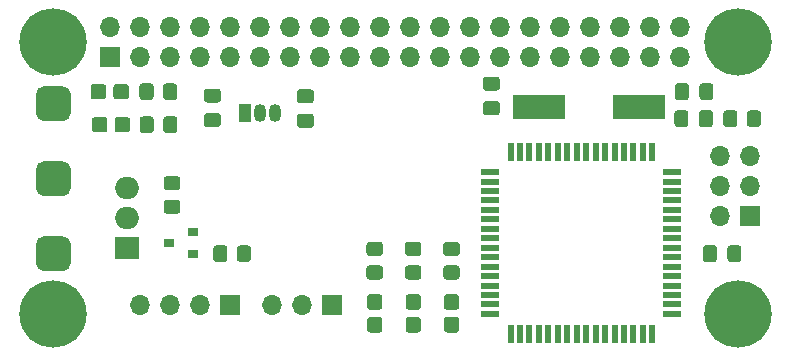
<source format=gbr>
%TF.GenerationSoftware,KiCad,Pcbnew,(5.1.9)-1*%
%TF.CreationDate,2021-05-10T08:30:50+10:00*%
%TF.ProjectId,FlightBridgePCB,466c6967-6874-4427-9269-646765504342,rev?*%
%TF.SameCoordinates,Original*%
%TF.FileFunction,Soldermask,Top*%
%TF.FilePolarity,Negative*%
%FSLAX46Y46*%
G04 Gerber Fmt 4.6, Leading zero omitted, Abs format (unit mm)*
G04 Created by KiCad (PCBNEW (5.1.9)-1) date 2021-05-10 08:30:50*
%MOMM*%
%LPD*%
G01*
G04 APERTURE LIST*
%ADD10C,5.700000*%
%ADD11O,1.700000X1.700000*%
%ADD12R,1.700000X1.700000*%
%ADD13R,1.050000X1.500000*%
%ADD14O,1.050000X1.500000*%
%ADD15R,0.550000X1.500000*%
%ADD16R,1.500000X0.550000*%
%ADD17R,0.900000X0.800000*%
%ADD18O,2.000000X1.905000*%
%ADD19R,2.000000X1.905000*%
%ADD20R,4.500000X2.000000*%
G04 APERTURE END LIST*
D10*
%TO.C,REF\u002A\u002A*%
X171748000Y-94500000D03*
%TD*%
%TO.C,REF\u002A\u002A*%
X171748000Y-71504000D03*
%TD*%
%TO.C,REF\u002A\u002A*%
X113748000Y-94500000D03*
%TD*%
%TO.C,REF\u002A\u002A*%
X113748000Y-71504000D03*
%TD*%
D11*
%TO.C,J4*%
X121158000Y-93726000D03*
X123698000Y-93726000D03*
X126238000Y-93726000D03*
D12*
X128778000Y-93726000D03*
%TD*%
D11*
%TO.C,J3*%
X132334000Y-93726000D03*
X134874000Y-93726000D03*
D12*
X137414000Y-93726000D03*
%TD*%
D13*
%TO.C,U2*%
X130048000Y-77470000D03*
D14*
X132588000Y-77470000D03*
X131318000Y-77470000D03*
%TD*%
%TO.C,C8*%
G36*
G01*
X170862500Y-89883000D02*
X170862500Y-88933000D01*
G75*
G02*
X171112500Y-88683000I250000J0D01*
G01*
X171787500Y-88683000D01*
G75*
G02*
X172037500Y-88933000I0J-250000D01*
G01*
X172037500Y-89883000D01*
G75*
G02*
X171787500Y-90133000I-250000J0D01*
G01*
X171112500Y-90133000D01*
G75*
G02*
X170862500Y-89883000I0J250000D01*
G01*
G37*
G36*
G01*
X168787500Y-89883000D02*
X168787500Y-88933000D01*
G75*
G02*
X169037500Y-88683000I250000J0D01*
G01*
X169712500Y-88683000D01*
G75*
G02*
X169962500Y-88933000I0J-250000D01*
G01*
X169962500Y-89883000D01*
G75*
G02*
X169712500Y-90133000I-250000J0D01*
G01*
X169037500Y-90133000D01*
G75*
G02*
X168787500Y-89883000I0J250000D01*
G01*
G37*
%TD*%
%TO.C,C7*%
G36*
G01*
X168449500Y-78453000D02*
X168449500Y-77503000D01*
G75*
G02*
X168699500Y-77253000I250000J0D01*
G01*
X169374500Y-77253000D01*
G75*
G02*
X169624500Y-77503000I0J-250000D01*
G01*
X169624500Y-78453000D01*
G75*
G02*
X169374500Y-78703000I-250000J0D01*
G01*
X168699500Y-78703000D01*
G75*
G02*
X168449500Y-78453000I0J250000D01*
G01*
G37*
G36*
G01*
X166374500Y-78453000D02*
X166374500Y-77503000D01*
G75*
G02*
X166624500Y-77253000I250000J0D01*
G01*
X167299500Y-77253000D01*
G75*
G02*
X167549500Y-77503000I0J-250000D01*
G01*
X167549500Y-78453000D01*
G75*
G02*
X167299500Y-78703000I-250000J0D01*
G01*
X166624500Y-78703000D01*
G75*
G02*
X166374500Y-78453000I0J250000D01*
G01*
G37*
%TD*%
D15*
%TO.C,U1*%
X164500000Y-96200000D03*
X163700000Y-96200000D03*
X162900000Y-96200000D03*
X162100000Y-96200000D03*
X161300000Y-96200000D03*
X160500000Y-96200000D03*
X159700000Y-96200000D03*
X158900000Y-96200000D03*
X158100000Y-96200000D03*
X157300000Y-96200000D03*
X156500000Y-96200000D03*
X155700000Y-96200000D03*
X154900000Y-96200000D03*
X154100000Y-96200000D03*
X153300000Y-96200000D03*
X152500000Y-96200000D03*
D16*
X150800000Y-94500000D03*
X150800000Y-93700000D03*
X150800000Y-92900000D03*
X150800000Y-92100000D03*
X150800000Y-91300000D03*
X150800000Y-90500000D03*
X150800000Y-89700000D03*
X150800000Y-88900000D03*
X150800000Y-88100000D03*
X150800000Y-87300000D03*
X150800000Y-86500000D03*
X150800000Y-85700000D03*
X150800000Y-84900000D03*
X150800000Y-84100000D03*
X150800000Y-83300000D03*
X150800000Y-82500000D03*
D15*
X152500000Y-80800000D03*
X153300000Y-80800000D03*
X154100000Y-80800000D03*
X154900000Y-80800000D03*
X155700000Y-80800000D03*
X156500000Y-80800000D03*
X157300000Y-80800000D03*
X158100000Y-80800000D03*
X158900000Y-80800000D03*
X159700000Y-80800000D03*
X160500000Y-80800000D03*
X161300000Y-80800000D03*
X162100000Y-80800000D03*
X162900000Y-80800000D03*
X163700000Y-80800000D03*
X164500000Y-80800000D03*
D16*
X166200000Y-82500000D03*
X166200000Y-83300000D03*
X166200000Y-84100000D03*
X166200000Y-84900000D03*
X166200000Y-85700000D03*
X166200000Y-86500000D03*
X166200000Y-87300000D03*
X166200000Y-88100000D03*
X166200000Y-88900000D03*
X166200000Y-89700000D03*
X166200000Y-90500000D03*
X166200000Y-91300000D03*
X166200000Y-92100000D03*
X166200000Y-92900000D03*
X166200000Y-93700000D03*
X166200000Y-94500000D03*
%TD*%
%TO.C,C4*%
G36*
G01*
X135603000Y-76665500D02*
X134653000Y-76665500D01*
G75*
G02*
X134403000Y-76415500I0J250000D01*
G01*
X134403000Y-75740500D01*
G75*
G02*
X134653000Y-75490500I250000J0D01*
G01*
X135603000Y-75490500D01*
G75*
G02*
X135853000Y-75740500I0J-250000D01*
G01*
X135853000Y-76415500D01*
G75*
G02*
X135603000Y-76665500I-250000J0D01*
G01*
G37*
G36*
G01*
X135603000Y-78740500D02*
X134653000Y-78740500D01*
G75*
G02*
X134403000Y-78490500I0J250000D01*
G01*
X134403000Y-77815500D01*
G75*
G02*
X134653000Y-77565500I250000J0D01*
G01*
X135603000Y-77565500D01*
G75*
G02*
X135853000Y-77815500I0J-250000D01*
G01*
X135853000Y-78490500D01*
G75*
G02*
X135603000Y-78740500I-250000J0D01*
G01*
G37*
%TD*%
%TO.C,C3*%
G36*
G01*
X127729000Y-76612500D02*
X126779000Y-76612500D01*
G75*
G02*
X126529000Y-76362500I0J250000D01*
G01*
X126529000Y-75687500D01*
G75*
G02*
X126779000Y-75437500I250000J0D01*
G01*
X127729000Y-75437500D01*
G75*
G02*
X127979000Y-75687500I0J-250000D01*
G01*
X127979000Y-76362500D01*
G75*
G02*
X127729000Y-76612500I-250000J0D01*
G01*
G37*
G36*
G01*
X127729000Y-78687500D02*
X126779000Y-78687500D01*
G75*
G02*
X126529000Y-78437500I0J250000D01*
G01*
X126529000Y-77762500D01*
G75*
G02*
X126779000Y-77512500I250000J0D01*
G01*
X127729000Y-77512500D01*
G75*
G02*
X127979000Y-77762500I0J-250000D01*
G01*
X127979000Y-78437500D01*
G75*
G02*
X127729000Y-78687500I-250000J0D01*
G01*
G37*
%TD*%
D17*
%TO.C,Q2*%
X123587000Y-88519000D03*
X125587000Y-87569000D03*
X125587000Y-89469000D03*
%TD*%
%TO.C,J5*%
G36*
G01*
X114542000Y-78208000D02*
X113042000Y-78208000D01*
G75*
G02*
X112292000Y-77458000I0J750000D01*
G01*
X112292000Y-75958000D01*
G75*
G02*
X113042000Y-75208000I750000J0D01*
G01*
X114542000Y-75208000D01*
G75*
G02*
X115292000Y-75958000I0J-750000D01*
G01*
X115292000Y-77458000D01*
G75*
G02*
X114542000Y-78208000I-750000J0D01*
G01*
G37*
G36*
G01*
X114542000Y-84558000D02*
X113042000Y-84558000D01*
G75*
G02*
X112292000Y-83808000I0J750000D01*
G01*
X112292000Y-82308000D01*
G75*
G02*
X113042000Y-81558000I750000J0D01*
G01*
X114542000Y-81558000D01*
G75*
G02*
X115292000Y-82308000I0J-750000D01*
G01*
X115292000Y-83808000D01*
G75*
G02*
X114542000Y-84558000I-750000J0D01*
G01*
G37*
G36*
G01*
X114542000Y-90908000D02*
X113042000Y-90908000D01*
G75*
G02*
X112292000Y-90158000I0J750000D01*
G01*
X112292000Y-88658000D01*
G75*
G02*
X113042000Y-87908000I750000J0D01*
G01*
X114542000Y-87908000D01*
G75*
G02*
X115292000Y-88658000I0J-750000D01*
G01*
X115292000Y-90158000D01*
G75*
G02*
X114542000Y-90908000I-750000J0D01*
G01*
G37*
%TD*%
D18*
%TO.C,Q1*%
X120015000Y-83820000D03*
X120015000Y-86360000D03*
D19*
X120015000Y-88900000D03*
%TD*%
%TO.C,R10*%
G36*
G01*
X129321000Y-89858001D02*
X129321000Y-88957999D01*
G75*
G02*
X129570999Y-88708000I249999J0D01*
G01*
X130271001Y-88708000D01*
G75*
G02*
X130521000Y-88957999I0J-249999D01*
G01*
X130521000Y-89858001D01*
G75*
G02*
X130271001Y-90108000I-249999J0D01*
G01*
X129570999Y-90108000D01*
G75*
G02*
X129321000Y-89858001I0J249999D01*
G01*
G37*
G36*
G01*
X127321000Y-89858001D02*
X127321000Y-88957999D01*
G75*
G02*
X127570999Y-88708000I249999J0D01*
G01*
X128271001Y-88708000D01*
G75*
G02*
X128521000Y-88957999I0J-249999D01*
G01*
X128521000Y-89858001D01*
G75*
G02*
X128271001Y-90108000I-249999J0D01*
G01*
X127570999Y-90108000D01*
G75*
G02*
X127321000Y-89858001I0J249999D01*
G01*
G37*
%TD*%
%TO.C,R9*%
G36*
G01*
X123374999Y-84839000D02*
X124275001Y-84839000D01*
G75*
G02*
X124525000Y-85088999I0J-249999D01*
G01*
X124525000Y-85789001D01*
G75*
G02*
X124275001Y-86039000I-249999J0D01*
G01*
X123374999Y-86039000D01*
G75*
G02*
X123125000Y-85789001I0J249999D01*
G01*
X123125000Y-85088999D01*
G75*
G02*
X123374999Y-84839000I249999J0D01*
G01*
G37*
G36*
G01*
X123374999Y-82839000D02*
X124275001Y-82839000D01*
G75*
G02*
X124525000Y-83088999I0J-249999D01*
G01*
X124525000Y-83789001D01*
G75*
G02*
X124275001Y-84039000I-249999J0D01*
G01*
X123374999Y-84039000D01*
G75*
G02*
X123125000Y-83789001I0J249999D01*
G01*
X123125000Y-83088999D01*
G75*
G02*
X123374999Y-82839000I249999J0D01*
G01*
G37*
%TD*%
D11*
%TO.C,J2*%
X170210000Y-81170000D03*
X172750000Y-81170000D03*
X170210000Y-83710000D03*
X172750000Y-83710000D03*
X170210000Y-86250000D03*
D12*
X172750000Y-86250000D03*
%TD*%
%TO.C,R6*%
G36*
G01*
X122282000Y-75241999D02*
X122282000Y-76142001D01*
G75*
G02*
X122032001Y-76392000I-249999J0D01*
G01*
X121331999Y-76392000D01*
G75*
G02*
X121082000Y-76142001I0J249999D01*
G01*
X121082000Y-75241999D01*
G75*
G02*
X121331999Y-74992000I249999J0D01*
G01*
X122032001Y-74992000D01*
G75*
G02*
X122282000Y-75241999I0J-249999D01*
G01*
G37*
G36*
G01*
X124282000Y-75241999D02*
X124282000Y-76142001D01*
G75*
G02*
X124032001Y-76392000I-249999J0D01*
G01*
X123331999Y-76392000D01*
G75*
G02*
X123082000Y-76142001I0J249999D01*
G01*
X123082000Y-75241999D01*
G75*
G02*
X123331999Y-74992000I249999J0D01*
G01*
X124032001Y-74992000D01*
G75*
G02*
X124282000Y-75241999I0J-249999D01*
G01*
G37*
%TD*%
%TO.C,R5*%
G36*
G01*
X122298000Y-78035999D02*
X122298000Y-78936001D01*
G75*
G02*
X122048001Y-79186000I-249999J0D01*
G01*
X121347999Y-79186000D01*
G75*
G02*
X121098000Y-78936001I0J249999D01*
G01*
X121098000Y-78035999D01*
G75*
G02*
X121347999Y-77786000I249999J0D01*
G01*
X122048001Y-77786000D01*
G75*
G02*
X122298000Y-78035999I0J-249999D01*
G01*
G37*
G36*
G01*
X124298000Y-78035999D02*
X124298000Y-78936001D01*
G75*
G02*
X124048001Y-79186000I-249999J0D01*
G01*
X123347999Y-79186000D01*
G75*
G02*
X123098000Y-78936001I0J249999D01*
G01*
X123098000Y-78035999D01*
G75*
G02*
X123347999Y-77786000I249999J0D01*
G01*
X124048001Y-77786000D01*
G75*
G02*
X124298000Y-78035999I0J-249999D01*
G01*
G37*
%TD*%
%TO.C,R4*%
G36*
G01*
X147049999Y-90400000D02*
X147950001Y-90400000D01*
G75*
G02*
X148200000Y-90649999I0J-249999D01*
G01*
X148200000Y-91350001D01*
G75*
G02*
X147950001Y-91600000I-249999J0D01*
G01*
X147049999Y-91600000D01*
G75*
G02*
X146800000Y-91350001I0J249999D01*
G01*
X146800000Y-90649999D01*
G75*
G02*
X147049999Y-90400000I249999J0D01*
G01*
G37*
G36*
G01*
X147049999Y-88400000D02*
X147950001Y-88400000D01*
G75*
G02*
X148200000Y-88649999I0J-249999D01*
G01*
X148200000Y-89350001D01*
G75*
G02*
X147950001Y-89600000I-249999J0D01*
G01*
X147049999Y-89600000D01*
G75*
G02*
X146800000Y-89350001I0J249999D01*
G01*
X146800000Y-88649999D01*
G75*
G02*
X147049999Y-88400000I249999J0D01*
G01*
G37*
%TD*%
%TO.C,R3*%
G36*
G01*
X143803999Y-90400000D02*
X144704001Y-90400000D01*
G75*
G02*
X144954000Y-90649999I0J-249999D01*
G01*
X144954000Y-91350001D01*
G75*
G02*
X144704001Y-91600000I-249999J0D01*
G01*
X143803999Y-91600000D01*
G75*
G02*
X143554000Y-91350001I0J249999D01*
G01*
X143554000Y-90649999D01*
G75*
G02*
X143803999Y-90400000I249999J0D01*
G01*
G37*
G36*
G01*
X143803999Y-88400000D02*
X144704001Y-88400000D01*
G75*
G02*
X144954000Y-88649999I0J-249999D01*
G01*
X144954000Y-89350001D01*
G75*
G02*
X144704001Y-89600000I-249999J0D01*
G01*
X143803999Y-89600000D01*
G75*
G02*
X143554000Y-89350001I0J249999D01*
G01*
X143554000Y-88649999D01*
G75*
G02*
X143803999Y-88400000I249999J0D01*
G01*
G37*
%TD*%
%TO.C,R2*%
G36*
G01*
X140549999Y-90400000D02*
X141450001Y-90400000D01*
G75*
G02*
X141700000Y-90649999I0J-249999D01*
G01*
X141700000Y-91350001D01*
G75*
G02*
X141450001Y-91600000I-249999J0D01*
G01*
X140549999Y-91600000D01*
G75*
G02*
X140300000Y-91350001I0J249999D01*
G01*
X140300000Y-90649999D01*
G75*
G02*
X140549999Y-90400000I249999J0D01*
G01*
G37*
G36*
G01*
X140549999Y-88400000D02*
X141450001Y-88400000D01*
G75*
G02*
X141700000Y-88649999I0J-249999D01*
G01*
X141700000Y-89350001D01*
G75*
G02*
X141450001Y-89600000I-249999J0D01*
G01*
X140549999Y-89600000D01*
G75*
G02*
X140300000Y-89350001I0J249999D01*
G01*
X140300000Y-88649999D01*
G75*
G02*
X140549999Y-88400000I249999J0D01*
G01*
G37*
%TD*%
%TO.C,D5*%
G36*
G01*
X118864500Y-76092001D02*
X118864500Y-75291999D01*
G75*
G02*
X119114499Y-75042000I249999J0D01*
G01*
X119939501Y-75042000D01*
G75*
G02*
X120189500Y-75291999I0J-249999D01*
G01*
X120189500Y-76092001D01*
G75*
G02*
X119939501Y-76342000I-249999J0D01*
G01*
X119114499Y-76342000D01*
G75*
G02*
X118864500Y-76092001I0J249999D01*
G01*
G37*
G36*
G01*
X116939500Y-76092001D02*
X116939500Y-75291999D01*
G75*
G02*
X117189499Y-75042000I249999J0D01*
G01*
X118014501Y-75042000D01*
G75*
G02*
X118264500Y-75291999I0J-249999D01*
G01*
X118264500Y-76092001D01*
G75*
G02*
X118014501Y-76342000I-249999J0D01*
G01*
X117189499Y-76342000D01*
G75*
G02*
X116939500Y-76092001I0J249999D01*
G01*
G37*
%TD*%
%TO.C,D4*%
G36*
G01*
X118971500Y-78886001D02*
X118971500Y-78085999D01*
G75*
G02*
X119221499Y-77836000I249999J0D01*
G01*
X120046501Y-77836000D01*
G75*
G02*
X120296500Y-78085999I0J-249999D01*
G01*
X120296500Y-78886001D01*
G75*
G02*
X120046501Y-79136000I-249999J0D01*
G01*
X119221499Y-79136000D01*
G75*
G02*
X118971500Y-78886001I0J249999D01*
G01*
G37*
G36*
G01*
X117046500Y-78886001D02*
X117046500Y-78085999D01*
G75*
G02*
X117296499Y-77836000I249999J0D01*
G01*
X118121501Y-77836000D01*
G75*
G02*
X118371500Y-78085999I0J-249999D01*
G01*
X118371500Y-78886001D01*
G75*
G02*
X118121501Y-79136000I-249999J0D01*
G01*
X117296499Y-79136000D01*
G75*
G02*
X117046500Y-78886001I0J249999D01*
G01*
G37*
%TD*%
%TO.C,D3*%
G36*
G01*
X147900001Y-94162500D02*
X147099999Y-94162500D01*
G75*
G02*
X146850000Y-93912501I0J249999D01*
G01*
X146850000Y-93087499D01*
G75*
G02*
X147099999Y-92837500I249999J0D01*
G01*
X147900001Y-92837500D01*
G75*
G02*
X148150000Y-93087499I0J-249999D01*
G01*
X148150000Y-93912501D01*
G75*
G02*
X147900001Y-94162500I-249999J0D01*
G01*
G37*
G36*
G01*
X147900001Y-96087500D02*
X147099999Y-96087500D01*
G75*
G02*
X146850000Y-95837501I0J249999D01*
G01*
X146850000Y-95012499D01*
G75*
G02*
X147099999Y-94762500I249999J0D01*
G01*
X147900001Y-94762500D01*
G75*
G02*
X148150000Y-95012499I0J-249999D01*
G01*
X148150000Y-95837501D01*
G75*
G02*
X147900001Y-96087500I-249999J0D01*
G01*
G37*
%TD*%
%TO.C,D2*%
G36*
G01*
X144654001Y-94162500D02*
X143853999Y-94162500D01*
G75*
G02*
X143604000Y-93912501I0J249999D01*
G01*
X143604000Y-93087499D01*
G75*
G02*
X143853999Y-92837500I249999J0D01*
G01*
X144654001Y-92837500D01*
G75*
G02*
X144904000Y-93087499I0J-249999D01*
G01*
X144904000Y-93912501D01*
G75*
G02*
X144654001Y-94162500I-249999J0D01*
G01*
G37*
G36*
G01*
X144654001Y-96087500D02*
X143853999Y-96087500D01*
G75*
G02*
X143604000Y-95837501I0J249999D01*
G01*
X143604000Y-95012499D01*
G75*
G02*
X143853999Y-94762500I249999J0D01*
G01*
X144654001Y-94762500D01*
G75*
G02*
X144904000Y-95012499I0J-249999D01*
G01*
X144904000Y-95837501D01*
G75*
G02*
X144654001Y-96087500I-249999J0D01*
G01*
G37*
%TD*%
%TO.C,D1*%
G36*
G01*
X141400001Y-94162500D02*
X140599999Y-94162500D01*
G75*
G02*
X140350000Y-93912501I0J249999D01*
G01*
X140350000Y-93087499D01*
G75*
G02*
X140599999Y-92837500I249999J0D01*
G01*
X141400001Y-92837500D01*
G75*
G02*
X141650000Y-93087499I0J-249999D01*
G01*
X141650000Y-93912501D01*
G75*
G02*
X141400001Y-94162500I-249999J0D01*
G01*
G37*
G36*
G01*
X141400001Y-96087500D02*
X140599999Y-96087500D01*
G75*
G02*
X140350000Y-95837501I0J249999D01*
G01*
X140350000Y-95012499D01*
G75*
G02*
X140599999Y-94762500I249999J0D01*
G01*
X141400001Y-94762500D01*
G75*
G02*
X141650000Y-95012499I0J-249999D01*
G01*
X141650000Y-95837501D01*
G75*
G02*
X141400001Y-96087500I-249999J0D01*
G01*
G37*
%TD*%
D20*
%TO.C,Y1*%
X163389000Y-77000000D03*
X154889000Y-77000000D03*
%TD*%
%TO.C,R1*%
G36*
G01*
X172501000Y-78428001D02*
X172501000Y-77527999D01*
G75*
G02*
X172750999Y-77278000I249999J0D01*
G01*
X173451001Y-77278000D01*
G75*
G02*
X173701000Y-77527999I0J-249999D01*
G01*
X173701000Y-78428001D01*
G75*
G02*
X173451001Y-78678000I-249999J0D01*
G01*
X172750999Y-78678000D01*
G75*
G02*
X172501000Y-78428001I0J249999D01*
G01*
G37*
G36*
G01*
X170501000Y-78428001D02*
X170501000Y-77527999D01*
G75*
G02*
X170750999Y-77278000I249999J0D01*
G01*
X171451001Y-77278000D01*
G75*
G02*
X171701000Y-77527999I0J-249999D01*
G01*
X171701000Y-78428001D01*
G75*
G02*
X171451001Y-78678000I-249999J0D01*
G01*
X170750999Y-78678000D01*
G75*
G02*
X170501000Y-78428001I0J249999D01*
G01*
G37*
%TD*%
D11*
%TO.C,J1*%
X166878000Y-70234000D03*
X166878000Y-72774000D03*
X164338000Y-70234000D03*
X164338000Y-72774000D03*
X161798000Y-70234000D03*
X161798000Y-72774000D03*
X159258000Y-70234000D03*
X159258000Y-72774000D03*
X156718000Y-70234000D03*
X156718000Y-72774000D03*
X154178000Y-70234000D03*
X154178000Y-72774000D03*
X151638000Y-70234000D03*
X151638000Y-72774000D03*
X149098000Y-70234000D03*
X149098000Y-72774000D03*
X146558000Y-70234000D03*
X146558000Y-72774000D03*
X144018000Y-70234000D03*
X144018000Y-72774000D03*
X141478000Y-70234000D03*
X141478000Y-72774000D03*
X138938000Y-70234000D03*
X138938000Y-72774000D03*
X136398000Y-70234000D03*
X136398000Y-72774000D03*
X133858000Y-70234000D03*
X133858000Y-72774000D03*
X131318000Y-70234000D03*
X131318000Y-72774000D03*
X128778000Y-70234000D03*
X128778000Y-72774000D03*
X126238000Y-70234000D03*
X126238000Y-72774000D03*
X123698000Y-70234000D03*
X123698000Y-72774000D03*
X121158000Y-70234000D03*
X121158000Y-72774000D03*
X118618000Y-70234000D03*
D12*
X118618000Y-72774000D03*
%TD*%
%TO.C,C2*%
G36*
G01*
X167592500Y-75217000D02*
X167592500Y-76167000D01*
G75*
G02*
X167342500Y-76417000I-250000J0D01*
G01*
X166667500Y-76417000D01*
G75*
G02*
X166417500Y-76167000I0J250000D01*
G01*
X166417500Y-75217000D01*
G75*
G02*
X166667500Y-74967000I250000J0D01*
G01*
X167342500Y-74967000D01*
G75*
G02*
X167592500Y-75217000I0J-250000D01*
G01*
G37*
G36*
G01*
X169667500Y-75217000D02*
X169667500Y-76167000D01*
G75*
G02*
X169417500Y-76417000I-250000J0D01*
G01*
X168742500Y-76417000D01*
G75*
G02*
X168492500Y-76167000I0J250000D01*
G01*
X168492500Y-75217000D01*
G75*
G02*
X168742500Y-74967000I250000J0D01*
G01*
X169417500Y-74967000D01*
G75*
G02*
X169667500Y-75217000I0J-250000D01*
G01*
G37*
%TD*%
%TO.C,C1*%
G36*
G01*
X151351000Y-75601500D02*
X150401000Y-75601500D01*
G75*
G02*
X150151000Y-75351500I0J250000D01*
G01*
X150151000Y-74676500D01*
G75*
G02*
X150401000Y-74426500I250000J0D01*
G01*
X151351000Y-74426500D01*
G75*
G02*
X151601000Y-74676500I0J-250000D01*
G01*
X151601000Y-75351500D01*
G75*
G02*
X151351000Y-75601500I-250000J0D01*
G01*
G37*
G36*
G01*
X151351000Y-77676500D02*
X150401000Y-77676500D01*
G75*
G02*
X150151000Y-77426500I0J250000D01*
G01*
X150151000Y-76751500D01*
G75*
G02*
X150401000Y-76501500I250000J0D01*
G01*
X151351000Y-76501500D01*
G75*
G02*
X151601000Y-76751500I0J-250000D01*
G01*
X151601000Y-77426500D01*
G75*
G02*
X151351000Y-77676500I-250000J0D01*
G01*
G37*
%TD*%
M02*

</source>
